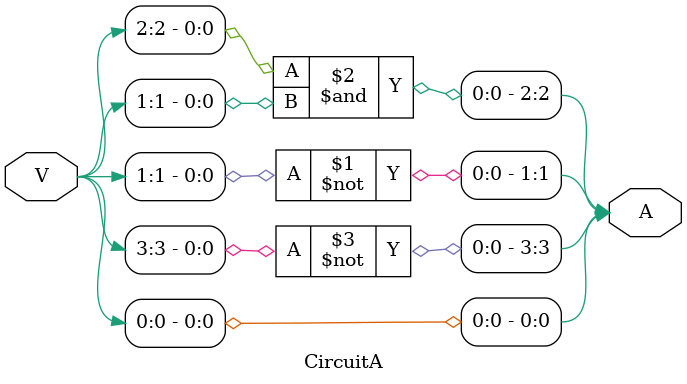
<source format=v>

module CircuitA(V, A);

	input [3:0] V;
	output [3:0] A;


//=======================================================
//  Structural coding
//=======================================================

	assign A[0] = V[0];
	assign A[1] = ~V[1];
	assign A[2] = V[2]&V[1];
	assign A[3] = ~V[3];

endmodule 
</source>
